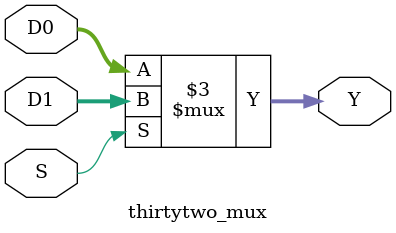
<source format=v>
`timescale 1ns / 1ps

//We designed this MUX using by checking if S is 1 go to D1 and if S is 0 go to D0. 

module thirtytwo_mux(D0,D1,S,Y); 

input wire [31:0]D0,D1; 
input wire S;  
output reg [31:0]Y; 

always@(D0 or D1 or S) 
begin 

if(S)
Y=D1; 
else 
Y=D0; 

end 

endmodule

</source>
